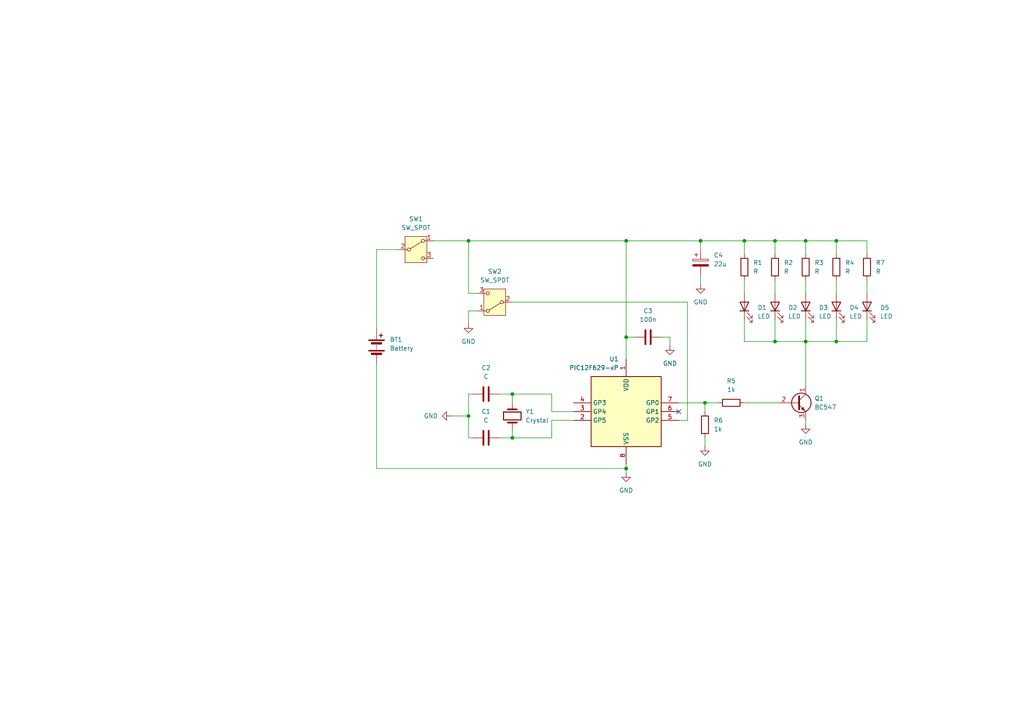
<source format=kicad_sch>
(kicad_sch (version 20250114) (generator "eeschema") (generator_version "9.0")
  (paper "A4")
  (lib_symbols
    (symbol "Device:Battery" (pin_numbers (hide yes)) (pin_names (offset 0) (hide yes))
      (property "Reference" "BT" (at 2.54 2.54 0))
      (property "Value" "Battery" (at 2.54 0 0))
      (symbol "Battery_0_1"
        (rectangle (start -2.286 1.778) (end 2.286 1.524) (fill (type outline)))
        (rectangle (start -2.286 -1.27) (end 2.286 -1.524) (fill (type outline)))
        (rectangle (start -1.524 1.016) (end 1.524 0.508) (fill (type outline)))
        (rectangle (start -1.524 -2.032) (end 1.524 -2.54) (fill (type outline)))
        (polyline (pts (xy 0 1.778) (xy 0 2.54)))
        (polyline (pts (xy 0 0) (xy 0 0.254)))
        (polyline (pts (xy 0 -0.508) (xy 0 -0.254)))
        (polyline (pts (xy 0 -1.016) (xy 0 -0.762)))
        (polyline (pts (xy 0.762 3.048) (xy 1.778 3.048)) (stroke (width 0.254)))
        (polyline (pts (xy 1.27 3.556) (xy 1.27 2.54)) (stroke (width 0.254)))
      )
      (symbol "Battery_1_1"
        (pin passive line (at 0 5.08 270) (length 2.54) (name "+") (number "1"))
        (pin passive line (at 0 -5.08 90) (length 2.54) (name "-") (number "2"))
      )
    )
    (symbol "Device:C" (pin_numbers (hide yes)) (pin_names (offset 0.254))
      (property "Reference" "C" (at 0.635 2.54 0))
      (property "Value" "C" (at 0.635 -2.54 0))
      (symbol "C_0_1"
        (polyline (pts (xy -2.032 0.762) (xy 2.032 0.762)) (stroke (width 0.508)))
        (polyline (pts (xy -2.032 -0.762) (xy 2.032 -0.762)) (stroke (width 0.508)))
      )
      (symbol "C_1_1"
        (pin passive line (at 0 3.81 270) (length 2.794) (name "~") (number "1"))
        (pin passive line (at 0 -3.81 90) (length 2.794) (name "~") (number "2"))
      )
    )
    (symbol "Device:C_Polarized" (pin_numbers (hide yes)) (pin_names (offset 0.254))
      (property "Reference" "C" (at 0.635 2.54 0))
      (property "Value" "C_Polarized" (at 0.635 -2.54 0))
      (symbol "C_Polarized_0_1"
        (rectangle (start -2.286 0.508) (end 2.286 1.016))
        (polyline (pts (xy -1.778 2.286) (xy -0.762 2.286)))
        (polyline (pts (xy -1.27 2.794) (xy -1.27 1.778)))
        (rectangle (start 2.286 -0.508) (end -2.286 -1.016) (fill (type outline)))
      )
      (symbol "C_Polarized_1_1"
        (pin passive line (at 0 3.81 270) (length 2.794) (name "~") (number "1"))
        (pin passive line (at 0 -3.81 90) (length 2.794) (name "~") (number "2"))
      )
    )
    (symbol "Device:Crystal" (pin_numbers (hide yes)) (pin_names (offset 1.016) (hide yes))
      (property "Reference" "Y" (at 0 3.81 0))
      (property "Value" "Crystal" (at 0 -3.81 0))
      (symbol "Crystal_0_1"
        (polyline (pts (xy -2.54 0) (xy -1.905 0)))
        (polyline (pts (xy -1.905 -1.27) (xy -1.905 1.27)) (stroke (width 0.508)))
        (rectangle (start -1.143 2.54) (end 1.143 -2.54) (stroke (width 0.3048)))
        (polyline (pts (xy 1.905 -1.27) (xy 1.905 1.27)) (stroke (width 0.508)))
        (polyline (pts (xy 2.54 0) (xy 1.905 0)))
      )
      (symbol "Crystal_1_1"
        (pin passive line (at -3.81 0 0) (length 1.27) (name "1") (number "1"))
        (pin passive line (at 3.81 0 180) (length 1.27) (name "2") (number "2"))
      )
    )
    (symbol "Device:LED" (pin_numbers (hide yes)) (pin_names (offset 1.016) (hide yes))
      (property "Reference" "D" (at 0 2.54 0))
      (property "Value" "LED" (at 0 -2.54 0))
      (symbol "LED_0_1"
        (polyline (pts (xy -3.048 -0.762) (xy -4.572 -2.286) (xy -3.81 -2.286) (xy -4.572 -2.286) (xy -4.572 -1.524)))
        (polyline (pts (xy -1.778 -0.762) (xy -3.302 -2.286) (xy -2.54 -2.286) (xy -3.302 -2.286) (xy -3.302 -1.524)))
        (polyline (pts (xy -1.27 0) (xy 1.27 0)))
        (polyline (pts (xy -1.27 -1.27) (xy -1.27 1.27)) (stroke (width 0.254)))
        (polyline (pts (xy 1.27 -1.27) (xy 1.27 1.27) (xy -1.27 0) (xy 1.27 -1.27)) (stroke (width 0.254)))
      )
      (symbol "LED_1_1"
        (pin passive line (at -3.81 0 0) (length 2.54) (name "K") (number "1"))
        (pin passive line (at 3.81 0 180) (length 2.54) (name "A") (number "2"))
      )
    )
    (symbol "Device:R" (pin_numbers (hide yes)) (pin_names (offset 0))
      (property "Reference" "R" (at 2.032 0 90))
      (property "Value" "R" (at 0 0 90))
      (symbol "R_0_1"
        (rectangle (start -1.016 -2.54) (end 1.016 2.54) (stroke (width 0.254)))
      )
      (symbol "R_1_1"
        (pin passive line (at 0 3.81 270) (length 1.27) (name "~") (number "1"))
        (pin passive line (at 0 -3.81 90) (length 1.27) (name "~") (number "2"))
      )
    )
    (symbol "MCU_Microchip_PIC12:PIC12F629-xP"
      (property "Reference" "U" (at 1.27 13.97 0))
      (property "Value" "PIC12F629-xP" (at 1.27 11.43 0))
      (symbol "PIC12F629-xP_0_1"
        (rectangle (start 10.16 -10.16) (end -10.16 10.16) (stroke (width 0.254)) (fill (type background)))
      )
      (symbol "PIC12F629-xP_1_1"
        (pin bidirectional line (at -15.24 2.54 0) (length 5.08) (name "GP0") (number "7"))
        (pin bidirectional line (at -15.24 0 0) (length 5.08) (name "GP1") (number "6"))
        (pin bidirectional line (at -15.24 -2.54 0) (length 5.08) (name "GP2") (number "5"))
        (pin power_in line (at 0 15.24 270) (length 5.08) (name "VDD") (number "1"))
        (pin power_in line (at 0 -15.24 90) (length 5.08) (name "VSS") (number "8"))
        (pin input line (at 15.24 2.54 180) (length 5.08) (name "GP3") (number "4"))
        (pin bidirectional line (at 15.24 0 180) (length 5.08) (name "GP4") (number "3"))
        (pin bidirectional line (at 15.24 -2.54 180) (length 5.08) (name "GP5") (number "2"))
      )
    )
    (symbol "Switch:SW_SPDT" (pin_names (offset 0) (hide yes))
      (property "Reference" "SW" (at 0 5.08 0))
      (property "Value" "SW_SPDT" (at 0 -5.08 0))
      (symbol "SW_SPDT_0_1"
        (circle (center -2.032 0) (radius 0.4572))
        (polyline (pts (xy -1.651 0.254) (xy 1.651 2.286)))
        (circle (center 2.032 2.54) (radius 0.4572))
        (circle (center 2.032 -2.54) (radius 0.4572))
      )
      (symbol "SW_SPDT_1_1"
        (rectangle (start -3.175 3.81) (end 3.175 -3.81) (fill (type background)))
        (pin passive line (at -5.08 0 0) (length 2.54) (name "B") (number "2"))
        (pin passive line (at 5.08 2.54 180) (length 2.54) (name "A") (number "1"))
        (pin passive line (at 5.08 -2.54 180) (length 2.54) (name "C") (number "3"))
      )
    )
    (symbol "Transistor_BJT:BC547" (pin_names (offset 0) (hide yes))
      (property "Reference" "Q" (at 5.08 1.905 0))
      (property "Value" "BC547" (at 5.08 0 0))
      (symbol "BC547_0_1"
        (polyline (pts (xy -2.54 0) (xy 0.635 0)))
        (polyline (pts (xy 0.635 1.905) (xy 0.635 -1.905)) (stroke (width 0.508)))
        (circle (center 1.27 0) (radius 2.8194) (stroke (width 0.254)))
      )
      (symbol "BC547_1_1"
        (polyline (pts (xy 0.635 0.635) (xy 2.54 2.54)))
        (polyline (pts (xy 0.635 -0.635) (xy 2.54 -2.54)))
        (polyline (pts (xy 1.27 -1.778) (xy 1.778 -1.27) (xy 2.286 -2.286) (xy 1.27 -1.778)) (fill (type outline)))
        (pin input line (at -5.08 0 0) (length 2.54) (name "B") (number "2"))
        (pin passive line (at 2.54 5.08 270) (length 2.54) (name "C") (number "1"))
        (pin passive line (at 2.54 -5.08 90) (length 2.54) (name "E") (number "3"))
      )
    )
    (symbol "power:GND" (power) (pin_numbers (hide yes)) (pin_names (offset 0) (hide yes))
      (property "Value" "GND" (at 0 -3.81 0))
      (symbol "GND_0_1"
        (polyline (pts (xy 0 0) (xy 0 -1.27) (xy 1.27 -1.27) (xy 0 -2.54) (xy -1.27 -1.27) (xy 0 -1.27)))
      )
      (symbol "GND_1_1"
        (pin power_in line (at 0 0 270) (length 0) (name "~") (number "1"))
      )
    )
  )
  (junction (at 181.61 135.89))
  (junction (at 215.9 69.85))
  (junction (at 135.89 120.65))
  (junction (at 233.68 69.85))
  (junction (at 148.59 114.3))
  (junction (at 181.61 69.85))
  (junction (at 204.47 116.84))
  (junction (at 233.68 99.06))
  (junction (at 148.59 127))
  (junction (at 203.2 69.85))
  (junction (at 242.57 69.85))
  (junction (at 224.79 99.06))
  (junction (at 242.57 99.06))
  (junction (at 224.79 69.85))
  (junction (at 181.61 97.79))
  (junction (at 135.89 69.85))
  (no_connect (at 196.85 119.38))
  (wire (pts (xy 138.43 90.17) (xy 135.89 90.17)))
  (wire (pts (xy 224.79 81.28) (xy 224.79 85.09)))
  (wire (pts (xy 109.22 95.25) (xy 109.22 72.39)))
  (wire (pts (xy 233.68 92.71) (xy 233.68 99.06)))
  (wire (pts (xy 144.78 127) (xy 148.59 127)))
  (wire (pts (xy 125.73 69.85) (xy 135.89 69.85)))
  (wire (pts (xy 215.9 81.28) (xy 215.9 85.09)))
  (wire (pts (xy 233.68 99.06) (xy 242.57 99.06)))
  (wire (pts (xy 135.89 69.85) (xy 181.61 69.85)))
  (wire (pts (xy 135.89 114.3) (xy 137.16 114.3)))
  (wire (pts (xy 251.46 92.71) (xy 251.46 99.06)))
  (wire (pts (xy 233.68 121.92) (xy 233.68 123.19)))
  (wire (pts (xy 109.22 105.41) (xy 109.22 135.89)))
  (wire (pts (xy 215.9 116.84) (xy 226.06 116.84)))
  (wire (pts (xy 135.89 120.65) (xy 135.89 127)))
  (wire (pts (xy 148.59 114.3) (xy 148.59 116.84)))
  (wire (pts (xy 203.2 80.01) (xy 203.2 82.55)))
  (wire (pts (xy 199.39 121.92) (xy 196.85 121.92)))
  (wire (pts (xy 233.68 99.06) (xy 233.68 111.76)))
  (wire (pts (xy 109.22 72.39) (xy 115.57 72.39)))
  (wire (pts (xy 135.89 120.65) (xy 135.89 114.3)))
  (wire (pts (xy 224.79 69.85) (xy 224.79 73.66)))
  (wire (pts (xy 138.43 85.09) (xy 135.89 85.09)))
  (wire (pts (xy 215.9 92.71) (xy 215.9 99.06)))
  (wire (pts (xy 251.46 81.28) (xy 251.46 85.09)))
  (wire (pts (xy 148.59 87.63) (xy 199.39 87.63)))
  (wire (pts (xy 251.46 73.66) (xy 251.46 69.85)))
  (wire (pts (xy 215.9 99.06) (xy 224.79 99.06)))
  (wire (pts (xy 204.47 116.84) (xy 208.28 116.84)))
  (wire (pts (xy 166.37 119.38) (xy 160.02 119.38)))
  (wire (pts (xy 148.59 124.46) (xy 148.59 127)))
  (wire (pts (xy 242.57 69.85) (xy 251.46 69.85)))
  (wire (pts (xy 181.61 69.85) (xy 181.61 97.79)))
  (wire (pts (xy 160.02 114.3) (xy 148.59 114.3)))
  (wire (pts (xy 181.61 97.79) (xy 184.15 97.79)))
  (wire (pts (xy 224.79 92.71) (xy 224.79 99.06)))
  (wire (pts (xy 242.57 81.28) (xy 242.57 85.09)))
  (wire (pts (xy 181.61 135.89) (xy 181.61 137.16)))
  (wire (pts (xy 199.39 87.63) (xy 199.39 121.92)))
  (wire (pts (xy 203.2 69.85) (xy 215.9 69.85)))
  (wire (pts (xy 181.61 69.85) (xy 203.2 69.85)))
  (wire (pts (xy 224.79 99.06) (xy 233.68 99.06)))
  (wire (pts (xy 160.02 119.38) (xy 160.02 114.3)))
  (wire (pts (xy 135.89 69.85) (xy 135.89 85.09)))
  (wire (pts (xy 130.81 120.65) (xy 135.89 120.65)))
  (wire (pts (xy 233.68 81.28) (xy 233.68 85.09)))
  (wire (pts (xy 215.9 73.66) (xy 215.9 69.85)))
  (wire (pts (xy 196.85 116.84) (xy 204.47 116.84)))
  (wire (pts (xy 224.79 69.85) (xy 233.68 69.85)))
  (wire (pts (xy 233.68 69.85) (xy 233.68 73.66)))
  (wire (pts (xy 181.61 134.62) (xy 181.61 135.89)))
  (wire (pts (xy 203.2 69.85) (xy 203.2 72.39)))
  (wire (pts (xy 215.9 69.85) (xy 224.79 69.85)))
  (wire (pts (xy 144.78 114.3) (xy 148.59 114.3)))
  (wire (pts (xy 242.57 73.66) (xy 242.57 69.85)))
  (wire (pts (xy 181.61 97.79) (xy 181.61 104.14)))
  (wire (pts (xy 135.89 90.17) (xy 135.89 93.98)))
  (wire (pts (xy 251.46 99.06) (xy 242.57 99.06)))
  (wire (pts (xy 137.16 127) (xy 135.89 127)))
  (wire (pts (xy 191.77 97.79) (xy 194.31 97.79)))
  (wire (pts (xy 194.31 100.33) (xy 194.31 97.79)))
  (wire (pts (xy 242.57 99.06) (xy 242.57 92.71)))
  (wire (pts (xy 160.02 121.92) (xy 160.02 127)))
  (wire (pts (xy 204.47 116.84) (xy 204.47 119.38)))
  (wire (pts (xy 242.57 69.85) (xy 233.68 69.85)))
  (wire (pts (xy 148.59 127) (xy 160.02 127)))
  (wire (pts (xy 166.37 121.92) (xy 160.02 121.92)))
  (wire (pts (xy 109.22 135.89) (xy 181.61 135.89)))
  (wire (pts (xy 204.47 127) (xy 204.47 129.54)))
  (symbol (lib_id "Switch:SW_SPDT") (at 143.51 87.63 180) (unit 1)
    (property "Reference" "SW2" (at 143.51 78.74 0))
    (property "Value" "SW_SPDT" (at 143.51 81.28 0))
    (property "Footprint" "Button_Switch_THT:SW_NKK_G1xJP" (effects (hide yes)))
    (property "Description" "Switch, single pole double throw" (effects (hide yes)))
  )
  (symbol (lib_id "Transistor_BJT:BC547") (at 231.14 116.84 0) (unit 1)
    (property "Reference" "Q1" (at 236.22 115.5699 0) (effects (justify left)))
    (property "Value" "BC547" (at 236.22 118.1099 0) (effects (justify left)))
    (property "Footprint" "Package_TO_SOT_THT:TO-92L_HandSolder" (effects (hide yes)))
    (property "Datasheet" "https://www.onsemi.com/pub/Collateral/BC550-D.pdf" (effects (hide yes)))
    (property "Description" "0.1A Ic, 45V Vce, Small Signal NPN Transistor, TO-92" (effects (hide yes)))
  )
  (symbol (lib_id "Device:Crystal") (at 148.59 120.65 90) (unit 1)
    (property "Reference" "Y1" (at 152.4 119.3799 90) (effects (justify right)))
    (property "Value" "Crystal" (at 152.4 121.9199 90) (effects (justify right)))
    (property "Footprint" "Crystal:Crystal_HC18-U_Vertical" (effects (hide yes)))
    (property "Description" "Two pin crystal" (effects (hide yes)))
  )
  (symbol (lib_id "Device:C") (at 187.96 97.79 90) (unit 1)
    (property "Reference" "C3" (at 187.96 90.17 90))
    (property "Value" "100n" (at 187.96 92.71 90))
    (property "Footprint" "Capacitor_THT:C_Disc_D5.0mm_W2.5mm_P2.50mm" (effects (hide yes)))
    (property "Description" "Unpolarized capacitor" (effects (hide yes)))
  )
  (symbol (lib_id "Device:LED") (at 224.79 88.9 90) (unit 1)
    (property "Reference" "D2" (at 228.6 89.2174 90) (effects (justify right)))
    (property "Value" "LED" (at 228.6 91.7574 90) (effects (justify right)))
    (property "Footprint" "LED_THT:LED_D5.0mm_Horizontal_O1.27mm_Z3.0mm_Clear" (effects (hide yes)))
    (property "Description" "Light emitting diode" (effects (hide yes)))
    (property "Sim.Pins" "1=K 2=A" (effects (hide yes)))
  )
  (symbol (lib_id "Device:C") (at 140.97 127 90) (unit 1)
    (property "Reference" "C1" (at 140.97 119.38 90))
    (property "Value" "C" (at 140.97 121.92 90))
    (property "Footprint" "Capacitor_THT:C_Disc_D4.3mm_W1.9mm_P5.00mm" (effects (hide yes)))
    (property "Description" "Unpolarized capacitor" (effects (hide yes)))
  )
  (symbol (lib_id "power:GND") (at 233.68 123.19 0) (unit 1)
    (property "Reference" "#PWR02" (effects (hide yes)))
    (property "Value" "GND" (at 233.68 128.27 0))
    (property "Description" "Power symbol creates a global label with name \"GND\" , ground" (effects (hide yes)))
  )
  (symbol (lib_id "Device:LED") (at 242.57 88.9 90) (unit 1)
    (property "Reference" "D4" (at 246.38 89.2174 90) (effects (justify right)))
    (property "Value" "LED" (at 246.38 91.7574 90) (effects (justify right)))
    (property "Footprint" "LED_THT:LED_D5.0mm_Horizontal_O1.27mm_Z3.0mm_Clear" (effects (hide yes)))
    (property "Description" "Light emitting diode" (effects (hide yes)))
    (property "Sim.Pins" "1=K 2=A" (effects (hide yes)))
  )
  (symbol (lib_id "Device:Battery") (at 109.22 100.33 0) (unit 1)
    (property "Reference" "BT1" (at 113.03 98.4884 0) (effects (justify left)))
    (property "Value" "Battery" (at 113.03 101.0284 0) (effects (justify left)))
    (property "Footprint" "Battery:BatteryHolder_Keystone_2462_2xAA" (effects (hide yes)))
    (property "Description" "Multiple-cell battery" (effects (hide yes)))
  )
  (symbol (lib_id "Device:R") (at 204.47 123.19 180) (unit 1)
    (property "Reference" "R6" (at 207.01 121.9199 0) (effects (justify right)))
    (property "Value" "1k" (at 207.01 124.4599 0) (effects (justify right)))
    (property "Footprint" "Resistor_THT:R_Axial_DIN0204_L3.6mm_D1.6mm_P5.08mm_Horizontal" (effects (hide yes)))
    (property "Description" "Resistor" (effects (hide yes)))
  )
  (symbol (lib_id "Device:R") (at 224.79 77.47 0) (unit 1)
    (property "Reference" "R2" (at 227.33 76.1999 0) (effects (justify left)))
    (property "Value" "R" (at 227.33 78.7399 0) (effects (justify left)))
    (property "Footprint" "Resistor_THT:R_Axial_DIN0204_L3.6mm_D1.6mm_P5.08mm_Horizontal" (effects (hide yes)))
    (property "Description" "Resistor" (effects (hide yes)))
  )
  (symbol (lib_id "MCU_Microchip_PIC12:PIC12F629-xP") (at 181.61 119.38 0) (mirror y) (unit 1)
    (property "Reference" "U1" (at 179.4667 104.14 0) (effects (justify left)))
    (property "Value" "PIC12F629-xP" (at 179.4667 106.68 0) (effects (justify left)))
    (property "Footprint" "Package_DIP:DIP-8_W7.62mm_LongPads" (effects (hide yes)))
    (property "Datasheet" "https://ww1.microchip.com/downloads/en/DeviceDoc/41190G.pdf" (effects (hide yes)))
    (property "Description" "1024W Flash, 64B SRAM, 128B EEPROM, PDIP-8" (effects (hide yes)))
  )
  (symbol (lib_id "Device:R") (at 215.9 77.47 0) (unit 1)
    (property "Reference" "R1" (at 218.44 76.1999 0) (effects (justify left)))
    (property "Value" "R" (at 218.44 78.7399 0) (effects (justify left)))
    (property "Footprint" "Resistor_THT:R_Axial_DIN0204_L3.6mm_D1.6mm_P5.08mm_Horizontal" (effects (hide yes)))
    (property "Description" "Resistor" (effects (hide yes)))
  )
  (symbol (lib_id "power:GND") (at 181.61 137.16 0) (unit 1)
    (property "Reference" "#PWR04" (effects (hide yes)))
    (property "Value" "GND" (at 181.61 142.24 0))
    (property "Description" "Power symbol creates a global label with name \"GND\" , ground" (effects (hide yes)))
  )
  (symbol (lib_id "Device:R") (at 212.09 116.84 90) (unit 1)
    (property "Reference" "R5" (at 212.09 110.49 90))
    (property "Value" "1k" (at 212.09 113.03 90))
    (property "Footprint" "Resistor_THT:R_Axial_DIN0204_L3.6mm_D1.6mm_P5.08mm_Horizontal" (effects (hide yes)))
    (property "Description" "Resistor" (effects (hide yes)))
  )
  (symbol (lib_id "power:GND") (at 135.89 93.98 0) (unit 1)
    (property "Reference" "#PWR07" (effects (hide yes)))
    (property "Value" "GND" (at 135.89 99.06 0))
    (property "Description" "Power symbol creates a global label with name \"GND\" , ground" (effects (hide yes)))
  )
  (symbol (lib_id "Device:R") (at 251.46 77.47 0) (unit 1)
    (property "Reference" "R7" (at 254 76.1999 0) (effects (justify left)))
    (property "Value" "R" (at 254 78.7399 0) (effects (justify left)))
    (property "Footprint" "Resistor_THT:R_Axial_DIN0204_L3.6mm_D1.6mm_P5.08mm_Horizontal" (effects (hide yes)))
    (property "Description" "Resistor" (effects (hide yes)))
  )
  (symbol (lib_id "power:GND") (at 194.31 100.33 0) (unit 1)
    (property "Reference" "#PWR06" (effects (hide yes)))
    (property "Value" "GND" (at 194.31 105.41 0))
    (property "Description" "Power symbol creates a global label with name \"GND\" , ground" (effects (hide yes)))
  )
  (symbol (lib_id "Device:LED") (at 233.68 88.9 90) (unit 1)
    (property "Reference" "D3" (at 237.49 89.2174 90) (effects (justify right)))
    (property "Value" "LED" (at 237.49 91.7574 90) (effects (justify right)))
    (property "Footprint" "LED_THT:LED_D5.0mm_Horizontal_O1.27mm_Z3.0mm_Clear" (effects (hide yes)))
    (property "Description" "Light emitting diode" (effects (hide yes)))
    (property "Sim.Pins" "1=K 2=A" (effects (hide yes)))
  )
  (symbol (lib_id "power:GND") (at 204.47 129.54 0) (unit 1)
    (property "Reference" "#PWR03" (effects (hide yes)))
    (property "Value" "GND" (at 204.47 134.62 0))
    (property "Description" "Power symbol creates a global label with name \"GND\" , ground" (effects (hide yes)))
  )
  (symbol (lib_id "Device:R") (at 242.57 77.47 0) (unit 1)
    (property "Reference" "R4" (at 245.11 76.1999 0) (effects (justify left)))
    (property "Value" "R" (at 245.11 78.7399 0) (effects (justify left)))
    (property "Footprint" "Resistor_THT:R_Axial_DIN0204_L3.6mm_D1.6mm_P5.08mm_Horizontal" (effects (hide yes)))
    (property "Description" "Resistor" (effects (hide yes)))
  )
  (symbol (lib_id "Device:LED") (at 215.9 88.9 90) (unit 1)
    (property "Reference" "D1" (at 219.71 89.2174 90) (effects (justify right)))
    (property "Value" "LED" (at 219.71 91.7574 90) (effects (justify right)))
    (property "Footprint" "LED_THT:LED_D5.0mm_Horizontal_O1.27mm_Z3.0mm_Clear" (effects (hide yes)))
    (property "Description" "Light emitting diode" (effects (hide yes)))
    (property "Sim.Pins" "1=K 2=A" (effects (hide yes)))
  )
  (symbol (lib_id "Switch:SW_SPDT") (at 120.65 72.39 0) (unit 1)
    (property "Reference" "SW1" (at 120.65 63.5 0))
    (property "Value" "SW_SPDT" (at 120.65 66.04 0))
    (property "Footprint" "Button_Switch_THT:SW_NKK_G1xJP" (effects (hide yes)))
    (property "Description" "Switch, single pole double throw" (effects (hide yes)))
  )
  (symbol (lib_id "Device:LED") (at 251.46 88.9 90) (unit 1)
    (property "Reference" "D5" (at 255.27 89.2174 90) (effects (justify right)))
    (property "Value" "LED" (at 255.27 91.7574 90) (effects (justify right)))
    (property "Footprint" "LED_THT:LED_D5.0mm_Horizontal_O1.27mm_Z3.0mm_Clear" (effects (hide yes)))
    (property "Description" "Light emitting diode" (effects (hide yes)))
    (property "Sim.Pins" "1=K 2=A" (effects (hide yes)))
  )
  (symbol (lib_id "power:GND") (at 203.2 82.55 0) (unit 1)
    (property "Reference" "#PWR05" (effects (hide yes)))
    (property "Value" "GND" (at 203.2 87.63 0))
    (property "Description" "Power symbol creates a global label with name \"GND\" , ground" (effects (hide yes)))
  )
  (symbol (lib_id "Device:C") (at 140.97 114.3 90) (unit 1)
    (property "Reference" "C2" (at 140.97 106.68 90))
    (property "Value" "C" (at 140.97 109.22 90))
    (property "Footprint" "Capacitor_THT:C_Disc_D4.3mm_W1.9mm_P5.00mm" (effects (hide yes)))
    (property "Description" "Unpolarized capacitor" (effects (hide yes)))
  )
  (symbol (lib_id "Device:C_Polarized") (at 203.2 76.2 0) (unit 1)
    (property "Reference" "C4" (at 207.01 74.0409 0) (effects (justify left)))
    (property "Value" "22u" (at 207.01 76.5809 0) (effects (justify left)))
    (property "Footprint" "Capacitor_THT:CP_Radial_D5.0mm_P2.50mm" (effects (hide yes)))
    (property "Description" "Polarized capacitor" (effects (hide yes)))
  )
  (symbol (lib_id "power:GND") (at 130.81 120.65 270) (unit 1)
    (property "Reference" "#PWR01" (effects (hide yes)))
    (property "Value" "GND" (at 127 120.6499 90) (effects (justify right)))
    (property "Description" "Power symbol creates a global label with name \"GND\" , ground" (effects (hide yes)))
  )
  (symbol (lib_id "Device:R") (at 233.68 77.47 0) (unit 1)
    (property "Reference" "R3" (at 236.22 76.1999 0) (effects (justify left)))
    (property "Value" "R" (at 236.22 78.7399 0) (effects (justify left)))
    (property "Footprint" "Resistor_THT:R_Axial_DIN0204_L3.6mm_D1.6mm_P5.08mm_Horizontal" (effects (hide yes)))
    (property "Description" "Resistor" (effects (hide yes)))
  )
)
</source>
